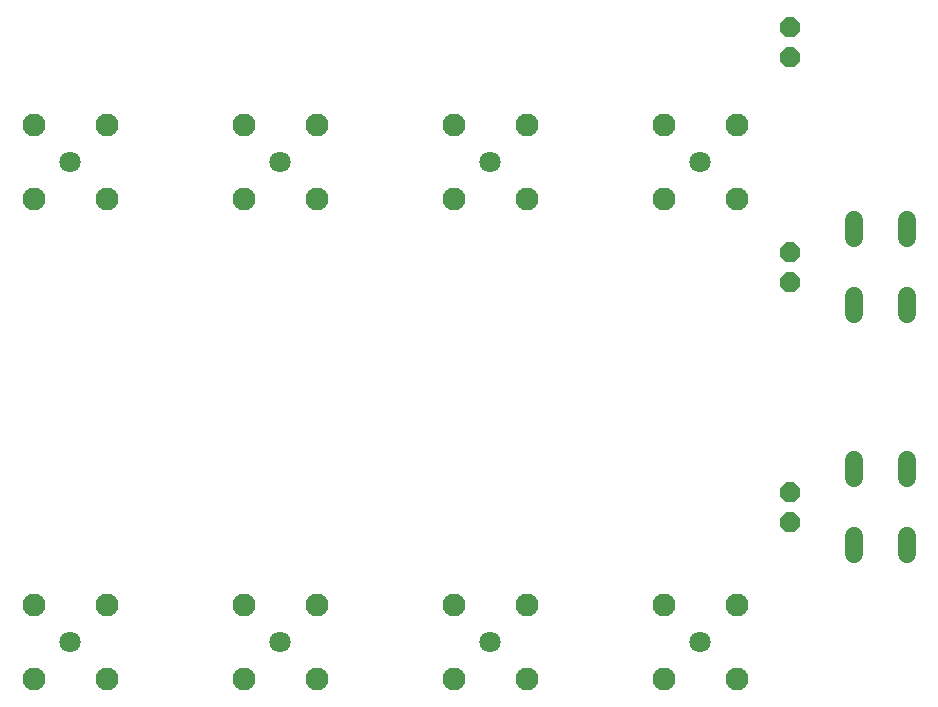
<source format=gbl>
G75*
%MOIN*%
%OFA0B0*%
%FSLAX25Y25*%
%IPPOS*%
%LPD*%
%AMOC8*
5,1,8,0,0,1.08239X$1,22.5*
%
%ADD10C,0.07087*%
%ADD11C,0.07677*%
%ADD12OC8,0.06600*%
%ADD13C,0.06000*%
D10*
X0061800Y0046800D03*
X0131800Y0046800D03*
X0201800Y0046800D03*
X0271800Y0046800D03*
X0271800Y0206800D03*
X0201800Y0206800D03*
X0131800Y0206800D03*
X0061800Y0206800D03*
D11*
X0049600Y0034600D03*
X0074000Y0034600D03*
X0074000Y0059000D03*
X0049600Y0059000D03*
X0119600Y0059000D03*
X0144000Y0059000D03*
X0144000Y0034600D03*
X0119600Y0034600D03*
X0189600Y0034600D03*
X0214000Y0034600D03*
X0214000Y0059000D03*
X0189600Y0059000D03*
X0259600Y0059000D03*
X0284000Y0059000D03*
X0284000Y0034600D03*
X0259600Y0034600D03*
X0259600Y0194600D03*
X0284000Y0194600D03*
X0284000Y0219000D03*
X0259600Y0219000D03*
X0214000Y0219000D03*
X0189600Y0219000D03*
X0189600Y0194600D03*
X0214000Y0194600D03*
X0144000Y0194600D03*
X0119600Y0194600D03*
X0119600Y0219000D03*
X0144000Y0219000D03*
X0074000Y0219000D03*
X0049600Y0219000D03*
X0049600Y0194600D03*
X0074000Y0194600D03*
D12*
X0301800Y0176800D03*
X0301800Y0166800D03*
X0301800Y0096800D03*
X0301800Y0086800D03*
X0301800Y0241800D03*
X0301800Y0251800D03*
D13*
X0322900Y0187600D02*
X0322900Y0181600D01*
X0340700Y0181600D02*
X0340700Y0187600D01*
X0340700Y0162000D02*
X0340700Y0156000D01*
X0322900Y0156000D02*
X0322900Y0162000D01*
X0322900Y0107600D02*
X0322900Y0101600D01*
X0340700Y0101600D02*
X0340700Y0107600D01*
X0340700Y0082000D02*
X0340700Y0076000D01*
X0322900Y0076000D02*
X0322900Y0082000D01*
M02*

</source>
